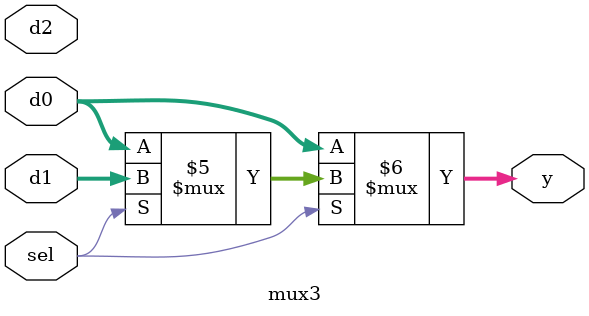
<source format=v>
`timescale 1ns/1ps
module mux3 #(parameter WIDTH = 32)(
    input wire [WIDTH-1:0] d0,d1,d2,
    input wire sel,
    output wire [WIDTH-1:0] y
);
    assign y =  (sel == 2'b00) ? d0:
                (sel == 2'b01) ? d1:
                (sel == 2'b10) ? d2:
                d0;
endmodule
</source>
